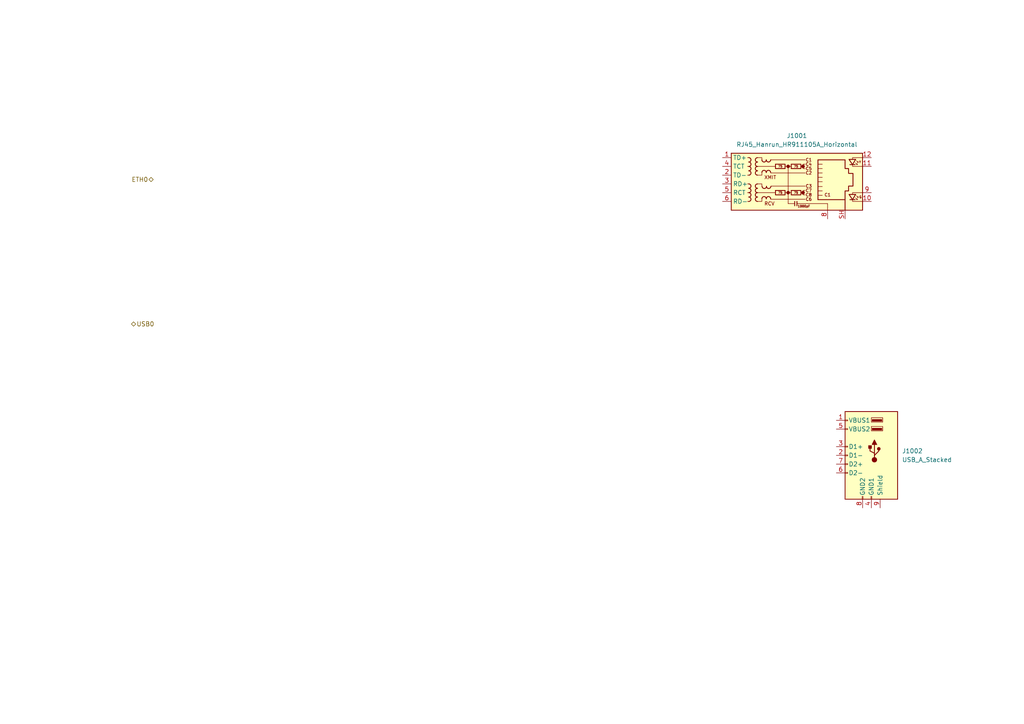
<source format=kicad_sch>
(kicad_sch (version 20250114) (generator "eeschema") (generator_version "9.0")
  (paper "A4")
  (lib_symbols
    (symbol "Connector:RJ45_Hanrun_HR911105A_Horizontal"
      (property "Reference" "J" (at 18.415 10.16 0))
      (property "Value" "RJ45_Hanrun_HR911105A_Horizontal" (at -19.05 10.16 0))
      (symbol "RJ45_Hanrun_HR911105A_Horizontal_0_0"
        (circle (center -1.27 5.08) (radius 0.0001) (stroke (width 0.508)))
        (polyline (pts (xy -1.27 5.08) (xy -1.27 -5.715)))
        (circle (center -1.27 -2.54) (radius 0.0001) (stroke (width 0.508)))
        (polyline (pts (xy 0.635 -5.08) (xy 0.635 -6.35)) (stroke (width 0.254)))
        (polyline (pts (xy 1.27 -5.08) (xy 1.27 -6.35)) (stroke (width 0.254)))
        (polyline (pts (xy 3.048 5.08) (xy 2.54 5.08)))
        (circle (center 3.048 5.08) (radius 0.0001) (stroke (width 0.508)))
        (polyline (pts (xy 3.048 -2.54) (xy 2.54 -2.54)))
        (circle (center 3.048 -2.54) (radius 0.0001) (stroke (width 0.508)))
        (polyline (pts (xy 3.683 5.715) (xy 3.048 5.715) (xy 3.048 4.445) (xy 3.683 4.445)))
        (polyline (pts (xy 3.683 -1.905) (xy 3.048 -1.905) (xy 3.048 -3.175) (xy 3.683 -3.175)))
        (polyline (pts (xy 17.399 7.112) (xy 17.399 7.62) (xy 20.32 7.62)))
        (polyline (pts (xy 17.399 -3.048) (xy 17.399 -2.54) (xy 20.32 -2.54)))
        (polyline (pts (xy 20.32 5.08) (xy 17.399 5.08) (xy 17.399 5.588)))
        (polyline (pts (xy 20.32 -5.08) (xy 17.399 -5.08) (xy 17.399 -4.572)))
        (text "XMIT" (at -8.255 1.905 0) (effects (font (size 1.016 1.016)) (justify left)))
        (text "RCV" (at -8.255 -5.715 0) (effects (font (size 1.016 1.016)) (justify left)))
        (text "C1" (at 4.699 6.985 0) (effects (font (size 0.889 0.889))))
        (text "C4" (at 4.699 5.715 0) (effects (font (size 0.889 0.889))))
        (text "C5" (at 4.699 4.445 0) (effects (font (size 0.889 0.889))))
        (text "C2" (at 4.699 3.175 0) (effects (font (size 0.889 0.889))))
        (text "C3" (at 4.699 -0.635 0) (effects (font (size 0.889 0.889))))
        (text "C7" (at 4.699 -1.905 0) (effects (font (size 0.889 0.889))))
        (text "C8" (at 4.699 -3.175 0) (effects (font (size 0.889 0.889))))
        (text "C6" (at 4.699 -4.445 0) (effects (font (size 0.889 0.889))))
        (text "C1" (at 10.16 -3.175 0) (effects (font (size 0.889 0.889))))
      )
      (symbol "RJ45_Hanrun_HR911105A_Horizontal_0_1"
        (rectangle (start -17.78 8.89) (end 20.32 -7.62) (stroke (width 0.254)) (fill (type background)))
        (polyline (pts (xy -12.7 7.62) (xy -13.081 7.62)))
        (polyline (pts (xy -12.7 5.08) (xy -13.081 5.08)))
        (polyline (pts (xy -12.7 2.54) (xy -13.081 2.54)))
        (polyline (pts (xy -12.7 0) (xy -13.081 0)))
        (polyline (pts (xy -12.7 -2.54) (xy -13.081 -2.54)))
        (polyline (pts (xy -12.7 -5.08) (xy -13.081 -5.08)))
        (polyline (pts (xy -10.16 7.62) (xy -8.89 7.62) (xy -8.89 6.985)))
        (polyline (pts (xy -10.16 0) (xy -8.89 0) (xy -8.89 -0.635)))
        (polyline (pts (xy -8.89 3.175) (xy -8.89 2.54) (xy -10.16 2.54)))
        (polyline (pts (xy -8.89 -4.445) (xy -8.89 -5.08) (xy -10.16 -5.08)))
        (polyline (pts (xy -6.35 6.985) (xy 3.683 6.985)))
        (polyline (pts (xy -6.35 3.175) (xy 3.683 3.175)))
        (polyline (pts (xy -6.35 -4.445) (xy 3.683 -4.445)))
        (polyline (pts (xy -6.223 -0.635) (xy 3.683 -0.635)))
        (polyline (pts (xy -5.08 -2.54) (xy -10.16 -2.54)))
        (polyline (pts (xy -4.953 5.08) (xy -10.16 5.08)))
        (polyline (pts (xy -2.159 5.08) (xy -0.381 5.08)))
        (polyline (pts (xy -2.159 -2.54) (xy -0.381 -2.54)))
        (polyline (pts (xy 0.635 -5.715) (xy -1.27 -5.715)))
        (polyline (pts (xy 7.366 3.175) (xy 8.636 3.175)))
        (polyline (pts (xy 7.366 1.905) (xy 8.636 1.905)))
        (polyline (pts (xy 7.366 0.635) (xy 8.636 0.635)))
        (polyline (pts (xy 7.366 -0.762) (xy 8.636 -0.762)))
        (polyline (pts (xy 7.366 -2.032) (xy 8.636 -2.032)))
        (polyline (pts (xy 8.636 5.715) (xy 7.366 5.715)))
        (polyline (pts (xy 8.636 4.445) (xy 7.366 4.445)))
        (polyline (pts (xy 8.636 -3.302) (xy 7.366 -3.302)))
        (polyline (pts (xy 10.16 -5.715) (xy 1.27 -5.715)))
        (polyline (pts (xy 10.16 -5.715) (xy 10.16 -7.62)))
      )
      (symbol "RJ45_Hanrun_HR911105A_Horizontal_1_0"
        (text "1000pF" (at 3.302 -6.477 0) (effects (font (size 0.635 0.635))))
      )
      (symbol "RJ45_Hanrun_HR911105A_Horizontal_1_1"
        (arc (start -12.7 0) (mid -12.0677 -0.635) (end -12.7 -1.27) (stroke (width 0.254)))
        (arc (start -12.6973 7.62) (mid -12.065 6.985) (end -12.6973 6.35) (stroke (width 0.254)))
        (arc (start -12.6973 -1.27) (mid -12.065 -1.905) (end -12.6973 -2.54) (stroke (width 0.254)))
        (arc (start -12.6973 -2.54) (mid -12.065 -3.175) (end -12.6973 -3.81) (stroke (width 0.254)))
        (arc (start -12.6973 -3.81) (mid -12.065 -4.445) (end -12.6973 -5.08) (stroke (width 0.254)))
        (arc (start -12.6946 6.35) (mid -12.0623 5.715) (end -12.6946 5.08) (stroke (width 0.254)))
        (arc (start -12.6946 5.08) (mid -12.0623 4.445) (end -12.6946 3.81) (stroke (width 0.254)))
        (arc (start -12.6946 3.81) (mid -12.0623 3.175) (end -12.6946 2.54) (stroke (width 0.254)))
        (arc (start -10.1654 6.35) (mid -10.7977 6.985) (end -10.1654 7.62) (stroke (width 0.254)))
        (arc (start -10.1654 5.08) (mid -10.7977 5.715) (end -10.1654 6.35) (stroke (width 0.254)))
        (arc (start -10.1654 3.81) (mid -10.7977 4.445) (end -10.1654 5.08) (stroke (width 0.254)))
        (arc (start -10.1654 -1.27) (mid -10.7977 -0.635) (end -10.1654 0) (stroke (width 0.254)))
        (arc (start -10.1654 -2.54) (mid -10.7977 -1.905) (end -10.1654 -1.27) (stroke (width 0.254)))
        (arc (start -10.1654 -3.81) (mid -10.7977 -3.175) (end -10.1654 -2.54) (stroke (width 0.254)))
        (arc (start -10.1627 2.54) (mid -10.795 3.175) (end -10.1627 3.81) (stroke (width 0.254)))
        (arc (start -10.1627 -5.08) (mid -10.795 -4.445) (end -10.1627 -3.81) (stroke (width 0.254)))
        (arc (start -7.62 6.9823) (mid -8.255 6.35) (end -8.89 6.9823) (stroke (width 0.254)))
        (arc (start -8.89 3.3047) (mid -8.255 3.937) (end -7.62 3.3047) (stroke (width 0.254)))
        (arc (start -8.89 -4.3153) (mid -8.255 -3.683) (end -7.62 -4.3153) (stroke (width 0.254)))
        (arc (start -7.5565 -0.7012) (mid -8.1915 -1.3335) (end -8.8265 -0.7012) (stroke (width 0.254)))
        (arc (start -6.35 6.985) (mid -6.985 6.3527) (end -7.62 6.985) (stroke (width 0.254)))
        (arc (start -7.62 3.3074) (mid -6.985 3.9397) (end -6.35 3.3074) (stroke (width 0.254)))
        (arc (start -7.62 -4.3126) (mid -6.985 -3.6803) (end -6.35 -4.3126) (stroke (width 0.254)))
        (arc (start -6.2865 -0.6985) (mid -6.9215 -1.3308) (end -7.5565 -0.6985) (stroke (width 0.254)))
        (rectangle (start -4.953 5.715) (end -2.159 4.445) (stroke (width 0.254)))
        (rectangle (start -4.953 -1.905) (end -2.159 -3.175) (stroke (width 0.254)))
        (rectangle (start -0.381 5.715) (end 2.413 4.445) (stroke (width 0.254)))
        (rectangle (start -0.381 -1.905) (end 2.413 -3.175) (stroke (width 0.254)))
        (polyline (pts (xy 7.366 -4.572) (xy 7.366 6.985) (xy 15.24 6.985) (xy 15.24 4.445) (xy 16.256 4.445) (xy 16.256 3.048) (xy 17.526 3.048) (xy 17.526 -0.635) (xy 16.256 -0.635) (xy 16.256 -2.032) (xy 15.24 -2.032) (xy 15.24 -4.572) (xy 7.366 -4.572)) (stroke (width 0.254)))
        (polyline (pts (xy 15.24 -7.62) (xy 15.24 -4.572)) (stroke (width 0.254)))
        (polyline (pts (xy 18.161 5.588) (xy 16.637 5.588)) (stroke (width 0.254)))
        (polyline (pts (xy 18.161 -4.572) (xy 16.637 -4.572)) (stroke (width 0.254)))
        (polyline (pts (xy 18.288 7.112) (xy 16.383 7.112) (xy 17.399 5.588) (xy 18.288 7.112)) (stroke (width 0.254)))
        (polyline (pts (xy 18.288 6.096) (xy 18.796 5.588) (xy 18.542 5.588)))
        (polyline (pts (xy 18.288 -3.048) (xy 16.383 -3.048) (xy 17.399 -4.572) (xy 18.288 -3.048)) (stroke (width 0.254)))
        (polyline (pts (xy 18.288 -4.064) (xy 18.796 -4.572) (xy 18.542 -4.572)))
        (polyline (pts (xy 18.542 6.731) (xy 19.05 6.223) (xy 18.796 6.223)))
        (polyline (pts (xy 18.542 -3.429) (xy 19.05 -3.937) (xy 18.796 -3.937)))
        (polyline (pts (xy 18.796 5.588) (xy 18.796 5.842)))
        (polyline (pts (xy 18.796 -4.572) (xy 18.796 -4.318)))
        (polyline (pts (xy 19.05 6.223) (xy 19.05 6.477)))
        (polyline (pts (xy 19.05 -3.937) (xy 19.05 -3.683)))
        (text "75" (at -3.556 5.08 0) (effects (font (size 0.635 0.635))))
        (text "75" (at -3.556 -2.54 0) (effects (font (size 0.635 0.635))))
        (text "75" (at 1.016 5.08 0) (effects (font (size 0.635 0.635))))
        (text "75" (at 1.016 -2.54 0) (effects (font (size 0.635 0.635))))
        (text "Y" (at 19.558 6.35 0) (effects (font (size 0.635 0.635))))
        (text "G" (at 19.685 -3.81 0) (effects (font (size 0.635 0.635))))
        (pin passive line (at -20.32 7.62 0) (length 2.54) (name "TD+") (number "1"))
        (pin passive line (at -20.32 5.08 0) (length 2.54) (name "TCT") (number "4"))
        (pin passive line (at -20.32 2.54 0) (length 2.54) (name "TD-") (number "2"))
        (pin passive line (at -20.32 0 0) (length 2.54) (name "RD+") (number "3"))
        (pin passive line (at -20.32 -2.54 0) (length 2.54) (name "RCT") (number "5"))
        (pin passive line (at -20.32 -5.08 0) (length 2.54) (name "RD-") (number "6"))
        (pin power_in line (at 10.16 -10.16 90) (length 2.54) (name "") (number "8"))
        (pin passive line (at 15.24 -10.16 90) (length 2.54) (name "") (number "SH"))
        (pin no_connect line (at 20.32 0 0) (length 0) (hide yes) (name "NC") (number "7"))
        (pin passive line (at 22.86 7.62 180) (length 2.54) (name "") (number "12"))
        (pin passive line (at 22.86 5.08 180) (length 2.54) (name "") (number "11"))
        (pin passive line (at 22.86 -2.54 180) (length 2.54) (name "") (number "9"))
        (pin passive line (at 22.86 -5.08 180) (length 2.54) (name "") (number "10"))
      )
    )
    (symbol "Connector:USB_A_Stacked" (pin_names (offset 1.016))
      (property "Reference" "J" (at 0 15.875 0))
      (property "Value" "USB_A_Stacked" (at 0 13.97 0))
      (symbol "USB_A_Stacked_0_1"
        (rectangle (start -7.62 12.7) (end 7.62 -12.7) (stroke (width 0.254)) (fill (type background)))
        (circle (center -2.159 1.905) (radius 0.381) (stroke (width 0.254)) (fill (type outline)))
        (polyline (pts (xy -1.524 3.175) (xy -0.254 3.175) (xy -0.889 4.445) (xy -1.524 3.175)) (stroke (width 0.254)) (fill (type outline)))
        (polyline (pts (xy -0.889 0) (xy -0.889 0.635) (xy 0.381 1.27) (xy 0.381 2.54)) (stroke (width 0.254)))
        (polyline (pts (xy -0.889 -0.635) (xy -0.889 0) (xy -2.159 1.27) (xy -2.159 1.905)) (stroke (width 0.254)))
        (circle (center -0.889 -1.27) (radius 0.635) (stroke (width 0.254)) (fill (type outline)))
        (rectangle (start -0.254 9.906) (end -3.048 10.414) (fill (type outline)))
        (rectangle (start -0.254 7.366) (end -3.048 7.874) (fill (type outline)))
        (rectangle (start -0.127 -12.7) (end 0.127 -11.938))
        (rectangle (start 0 9.652) (end -3.302 10.922))
        (rectangle (start 0 7.112) (end -3.302 8.382))
        (rectangle (start 0 2.794) (end 0.762 2.032) (stroke (width 0.254)) (fill (type outline)))
        (rectangle (start 2.413 -12.7) (end 2.667 -11.938))
        (rectangle (start 7.62 10.033) (end 6.858 10.287))
        (rectangle (start 7.62 7.493) (end 6.858 7.747))
        (rectangle (start 7.62 2.413) (end 6.858 2.667))
        (rectangle (start 7.62 -0.127) (end 6.858 0.127))
        (rectangle (start 7.62 -2.667) (end 6.858 -2.413))
        (rectangle (start 7.62 -5.207) (end 6.858 -4.953))
      )
      (symbol "USB_A_Stacked_1_1"
        (polyline (pts (xy -0.889 0.635) (xy -0.889 3.175)) (stroke (width 0.254)))
        (pin passive line (at -2.54 -15.24 90) (length 2.54) (name "Shield") (number "9"))
        (pin power_in line (at 0 -15.24 90) (length 2.54) (name "GND1") (number "4"))
        (pin power_in line (at 2.54 -15.24 90) (length 2.54) (name "GND2") (number "8"))
        (pin power_in line (at 10.16 10.16 180) (length 2.54) (name "VBUS1") (number "1"))
        (pin power_in line (at 10.16 7.62 180) (length 2.54) (name "VBUS2") (number "5"))
        (pin bidirectional line (at 10.16 2.54 180) (length 2.54) (name "D1+") (number "3"))
        (pin bidirectional line (at 10.16 0 180) (length 2.54) (name "D1-") (number "2"))
        (pin bidirectional line (at 10.16 -2.54 180) (length 2.54) (name "D2+") (number "7"))
        (pin bidirectional line (at 10.16 -5.08 180) (length 2.54) (name "D2-") (number "6"))
      )
    )
  )
  (hierarchical_label "ETH0" (shape bidirectional) (at 44.45 52.07 180))
  (hierarchical_label "USB0" (shape bidirectional) (at 38.1 93.98 0))
  (symbol (lib_id "Connector:RJ45_Hanrun_HR911105A_Horizontal") (at 229.87 53.34 0) (unit 1)
    (property "Reference" "J1001" (at 231.14 39.37 0))
    (property "Value" "RJ45_Hanrun_HR911105A_Horizontal" (at 231.14 41.91 0))
    (property "Footprint" "Connector_RJ:RJ45_Hanrun_HR911105A_Horizontal" (effects (hide yes)))
    (property "Datasheet" "https://datasheet.lcsc.com/lcsc/1811141815_HANRUN-Zhongshan-HanRun-Elec-HR911105A_C12074.pdf" (effects (hide yes)))
    (property "Description" "1 Port RJ45 Magjack Connector Through Hole 10/100 Base-T, AutoMDIX" (effects (hide yes)))
  )
  (symbol (lib_id "Connector:USB_A_Stacked") (at 252.73 132.08 0) (mirror y) (unit 1)
    (property "Reference" "J1002" (at 261.62 130.8099 0) (effects (justify right)))
    (property "Value" "USB_A_Stacked" (at 261.62 133.3499 0) (effects (justify right)))
    (property "Description" "USB Type A connector, stacked" (effects (hide yes)))
  )
)
</source>
